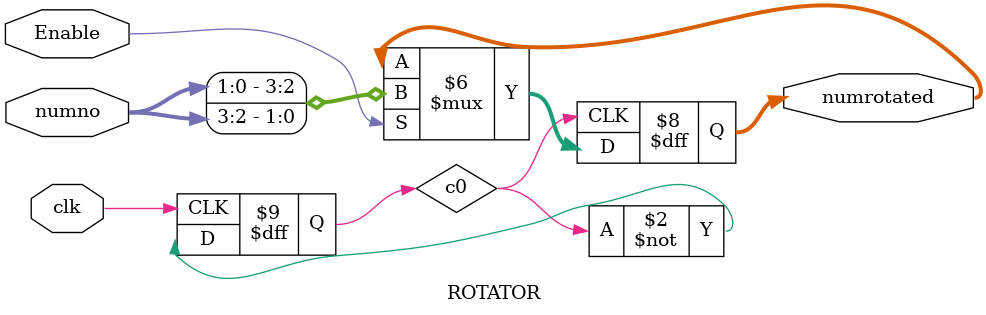
<source format=v>
module ROTATOR(clk,Enable,numno,numrotated);
	input clk, Enable;
	input [3:0] numno;
	output [3:0] numrotated;
	reg [3:0] numrotated;
	reg c0 = 1'b0;
	always @(posedge clk)
		c0 = ~c0;
	always @(posedge c0)
		if(Enable) numrotated = {numno[1:0], numno[3:2]};
endmodule
</source>
